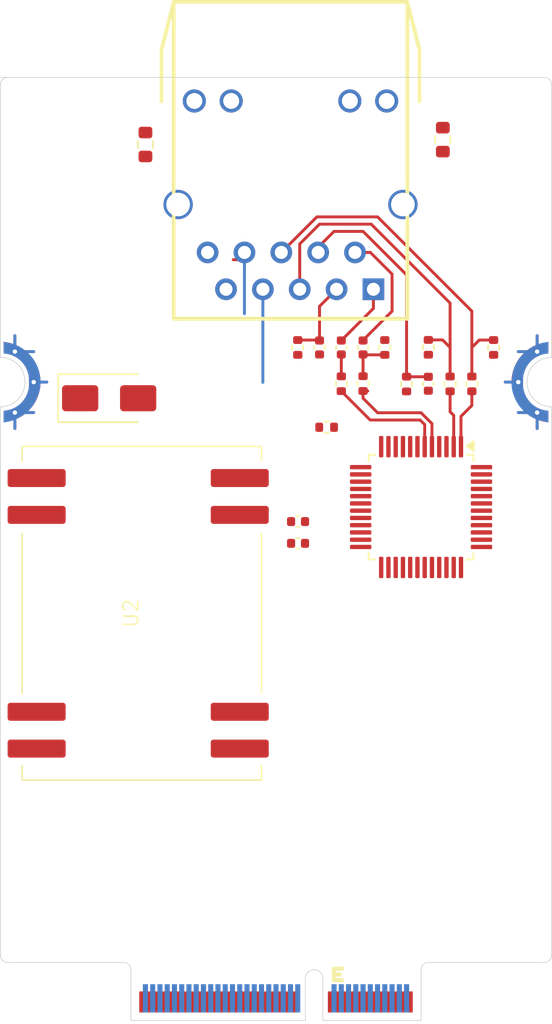
<source format=kicad_pcb>
(kicad_pcb (version 20241229) (generator "pcbnew") (generator_version "9.0")
  (layers (0 "F.Cu" signal) (2 "B.Cu" signal) (13 "F.Paste" user) (15 "B.Paste" user) (5 "F.SilkS" user "F.Silkscreen") (7 "B.SilkS" user "B.Silkscreen") (1 "F.Mask" user) (3 "B.Mask" user) (25 "Edge.Cuts" user))
  (net 0 "")
  (net 3 "/MOSI")
  (net 4 "Net-(U1-TOCAP)")
  (net 7 "GND")
  (net 8 "/SCLK")
  (net 9 "/TX_P")
  (net 11 "Net-(U1-EXRES1)")
  (net 13 "/RST")
  (net 14 "Net-(U1-AVDD-Pad11)")
  (net 17 "/INT")
  (net 18 "/X_O")
  (net 19 "Net-(U1-1V2O)")
  (net 22 "/CS")
  (net 23 "/ACTIVE_LED")
  (net 24 "/RX_P")
  (net 27 "/MISO")
  (net 30 "/X_I")
  (net 32 "/RX_N")
  (net 35 "/TX_N")
  (net 36 "/LINK_LED")
  (net 66 "/POE+")
  (net 67 "/POE-")
  (net 68 "/5V")
  (net 70 "Net-(U2-VCC-)")
  (net 71 "Net-(C5-Pad1)")
  (net 72 "Net-(C5-Pad2)")
  (net 73 "Net-(C6-Pad2)")
  (net 74 "Net-(C6-Pad1)")
  (net 75 "Net-(C7-Pad1)")
  (net 76 "Net-(C8-Pad1)")
  (net 77 "Net-(R6-Pad2)")
  (net 78 "Net-(R7-Pad2)")
  (net 79 "/3.3V")
  (net 80 "Net-(R11-Pad1)")
  (net 81 "Net-(R12-Pad2)")
  (footprint "Capacitor_SMD:C_0402_1005Metric" (layer "F.Cu") (at 105 55 90)
    (property "Reference" "C5" (hide yes))
    (property "Value" "6.8n" (hide yes))
    (fp_line (start -0.107836 -0.36) (end 0.107836 -0.36) (stroke (width 0.12)) (layer "F.SilkS"))
    (fp_line (start -0.107836 0.36) (end 0.107836 0.36) (stroke (width 0.12)) (layer "F.SilkS"))
    (pad "1" smd roundrect (at -0.48 0 90) (size 0.56 0.62) (layers "F.Cu" "F.Mask" "F.Paste") (net 71 "Net-(C5-Pad1)"))
    (pad "2" smd roundrect (at 0.48 0 90) (size 0.56 0.62) (layers "F.Cu" "F.Mask" "F.Paste") (net 72 "Net-(C5-Pad2)"))
  )
  (footprint "Capacitor_SMD:C_0402_1005Metric" (layer "F.Cu") (at 102 55 -90)
    (property "Reference" "C7" (hide yes))
    (property "Value" "10n" (hide yes))
    (fp_line (start -0.107836 0.36) (end 0.107836 0.36) (stroke (width 0.12)) (layer "F.SilkS"))
    (fp_line (start -0.107836 -0.36) (end 0.107836 -0.36) (stroke (width 0.12)) (layer "F.SilkS"))
    (pad "1" smd roundrect (at -0.48 0 270) (size 0.56 0.62) (layers "F.Cu" "F.Mask" "F.Paste") (net 75 "Net-(C7-Pad1)"))
    (pad "2" smd roundrect (at 0.48 0 270) (size 0.56 0.62) (layers "F.Cu" "F.Mask" "F.Paste") (net 7 "GND"))
  )
  (footprint "Resistor_SMD:R_0402_1005Metric" (layer "F.Cu") (at 114 55 -90)
    (property "Reference" "R8" (hide yes))
    (property "Value" "49.9" (hide yes))
    (fp_line (start -0.153641 0.38) (end 0.153641 0.38) (stroke (width 0.12)) (layer "F.SilkS"))
    (fp_line (start -0.153641 -0.38) (end 0.153641 -0.38) (stroke (width 0.12)) (layer "F.SilkS"))
    (pad "1" smd roundrect (at -0.51 0 270) (size 0.54 0.64) (layers "F.Cu" "F.Mask" "F.Paste") (net 77 "Net-(R6-Pad2)"))
    (pad "2" smd roundrect (at 0.51 0 270) (size 0.54 0.64) (layers "F.Cu" "F.Mask" "F.Paste") (net 79 "/3.3V"))
  )
  (footprint "Capacitor_SMD:C_0402_1005Metric" (layer "F.Cu") (at 103.5 55 90)
    (property "Reference" "C6" (hide yes))
    (property "Value" "6.8n" (hide yes))
    (fp_line (start -0.107836 -0.36) (end 0.107836 -0.36) (stroke (width 0.12)) (layer "F.SilkS"))
    (fp_line (start -0.107836 0.36) (end 0.107836 0.36) (stroke (width 0.12)) (layer "F.SilkS"))
    (pad "1" smd roundrect (at -0.48 0 90) (size 0.56 0.62) (layers "F.Cu" "F.Mask" "F.Paste") (net 74 "Net-(C6-Pad1)"))
    (pad "2" smd roundrect (at 0.48 0 90) (size 0.56 0.62) (layers "F.Cu" "F.Mask" "F.Paste") (net 73 "Net-(C6-Pad2)"))
  )
  (footprint "Resistor_SMD:R_0402_1005Metric" (layer "F.Cu") (at 108 57.52 -90)
    (property "Reference" "R10" (hide yes))
    (property "Value" "49.9" (hide yes))
    (fp_line (start -0.153641 0.38) (end 0.153641 0.38) (stroke (width 0.12)) (layer "F.SilkS"))
    (fp_line (start -0.153641 -0.38) (end 0.153641 -0.38) (stroke (width 0.12)) (layer "F.SilkS"))
    (pad "1" smd roundrect (at -0.51 0 270) (size 0.54 0.64) (layers "F.Cu" "F.Mask" "F.Paste") (net 76 "Net-(C8-Pad1)"))
    (pad "2" smd roundrect (at 0.51 0 270) (size 0.54 0.64) (layers "F.Cu" "F.Mask" "F.Paste") (net 79 "/3.3V"))
  )
  (footprint "Resistor_SMD:R_0402_1005Metric" (layer "F.Cu") (at 100.5 55 90)
    (property "Reference" "R4" (hide yes))
    (property "Value" "49.9" (hide yes))
    (fp_line (start -0.153641 -0.38) (end 0.153641 -0.38) (stroke (width 0.12)) (layer "F.SilkS"))
    (fp_line (start -0.153641 0.38) (end 0.153641 0.38) (stroke (width 0.12)) (layer "F.SilkS"))
    (pad "1" smd roundrect (at -0.51 0 90) (size 0.54 0.64) (layers "F.Cu" "F.Mask" "F.Paste") (net 74 "Net-(C6-Pad1)"))
    (pad "2" smd roundrect (at 0.51 0 90) (size 0.54 0.64) (layers "F.Cu" "F.Mask" "F.Paste") (net 75 "Net-(C7-Pad1)"))
  )
  (footprint "Diode_SMD:D_SMA" (layer "F.Cu") (at 87.5 58.5)
    (property "Reference" "D1" (hide yes))
    (property "Value" "SMAJ58A")
    (fp_line (start -3.51 -1.65) (end -3.51 1.65) (stroke (width 0.12)) (layer "F.SilkS"))
    (fp_line (start -3.51 -1.65) (end 2 -1.65) (stroke (width 0.12)) (layer "F.SilkS"))
    (fp_line (start -3.51 1.65) (end 2 1.65) (stroke (width 0.12)) (layer "F.SilkS"))
    (pad "1" smd roundrect (at -2 0) (size 2.5 1.8) (layers "F.Cu" "F.Mask" "F.Paste") (roundrect_rratio 0.1388888889) (net 66 "/POE+"))
    (pad "2" smd roundrect (at 2 0) (size 2.5 1.8) (layers "F.Cu" "F.Mask" "F.Paste") (roundrect_rratio 0.1388888889) (net 67 "/POE-"))
  )
  (footprint "Resistor_SMD:R_0402_1005Metric" (layer "F.Cu") (at 106.5 55 90)
    (property "Reference" "R5" (hide yes))
    (property "Value" "49.9" (hide yes))
    (fp_line (start -0.153641 -0.38) (end 0.153641 -0.38) (stroke (width 0.12)) (layer "F.SilkS"))
    (fp_line (start -0.153641 0.38) (end 0.153641 0.38) (stroke (width 0.12)) (layer "F.SilkS"))
    (pad "1" smd roundrect (at -0.51 0 90) (size 0.54 0.64) (layers "F.Cu" "F.Mask" "F.Paste") (net 71 "Net-(C5-Pad1)"))
    (pad "2" smd roundrect (at 0.51 0 90) (size 0.54 0.64) (layers "F.Cu" "F.Mask" "F.Paste") (net 75 "Net-(C7-Pad1)"))
  )
  (footprint "MicroMod:M.2-CARD-E-22_FUNCTION_STANDARD" (layer "F.Cu") (at 99 101.3875)
    (property "Reference" "J1" (hide yes))
    (property "Value" "~" (hide yes))
    (fp_line (start -18 -46.1) (end -18 -47.2) (stroke (width 0.2032)) (layer "F.Cu"))
    (fp_line (start -18 -46.1) (end -16.7 -46.1) (stroke (width 0.2032)) (layer "F.Cu"))
    (fp_line (start -18 -41.9) (end -18 -40.8) (stroke (width 0.2032)) (layer "F.Cu"))
    (fp_line (start -18 -41.9) (end -16.7 -41.9) (stroke (width 0.2032)) (layer "F.Cu"))
    (fp_line (start -16.7 -44) (end -15.8 -44) (stroke (width 0.2032)) (layer "F.Cu"))
    (fp_line (start 16.7 -44) (end 15.8 -44) (stroke (width 0.2032)) (layer "F.Cu"))
    (fp_line (start 18 -46.1) (end 16.7 -46.1) (stroke (width 0.2032)) (layer "F.Cu"))
    (fp_line (start 18 -46.1) (end 18 -47.2) (stroke (width 0.2032)) (layer "F.Cu"))
    (fp_line (start 18 -41.9) (end 16.7 -41.9) (stroke (width 0.2032)) (layer "F.Cu"))
    (fp_line (start 18 -41.9) (end 18 -40.8) (stroke (width 0.2032)) (layer "F.Cu"))
    (fp_poly (pts (xy -18.410412 -46.718444) (xy -18.082764 -46.621636) (xy -17.769232 -46.485904) (xy -17.474422 -46.313241) (xy -17.202664 -46.106185) (xy -16.957948 -45.867774) (xy -16.74387 -45.601511) (xy -16.563573 -45.311308) (xy -16.419705 -45.001425) (xy -16.314379 -44.676414) (xy -16.249143 -44.34105) (xy -16.224943 -44.000089) (xy -16.246756 -43.658288) (xy -16.310165 -43.321866) (xy -16.414226 -42.995719) (xy -16.55738 -42.684741) (xy -16.737478 -42.393597) (xy -16.951819 -42.126654) (xy -17.197187 -41.887917) (xy -17.4699 -41.680969) (xy -17.765869 -41.508913) (xy -18.08136 -41.374028) (xy -18.775 -41.218786) (xy -18.775 -42.021769) (xy -18.489643 -42.061389) (xy -18.235462 -42.134691) (xy -17.994294 -42.243424) (xy -17.771069 -42.385363) (xy -17.570302 -42.557636) (xy -17.396103 -42.756722) (xy -17.252008 -42.978574) (xy -17.140954 -43.218671) (xy -17.065198 -43.472134) (xy -17.026286 -43.733792) (xy -17.025 -44) (xy -17.026286 -44.266207) (xy -17.065198 -44.527865) (xy -17.140954 -44.781328) (xy -17.252008 -45.021425) (xy -17.396103 -45.243277) (xy -17.570302 -45.442363) (xy -17.771069 -45.614636) (xy -17.994294 -45.756575) (xy -18.235462 -45.865308) (xy -18.489643 -45.93861) (xy -18.775 -45.978231) (xy -18.775 -46.779538)) (fill yes) (layer "F.Cu"))
    (fp_poly (pts (xy 18.775 -45.978231) (xy 18.489643 -45.93861) (xy 18.235462 -45.865308) (xy 17.994294 -45.756575) (xy 17.771069 -45.614636) (xy 17.570302 -45.442363) (xy 17.396103 -45.243277) (xy 17.252008 -45.021425) (xy 17.140954 -44.781328) (xy 17.065198 -44.527865) (xy 17.026286 -44.266207) (xy 17.025 -44) (xy 17.026286 -43.733792) (xy 17.065198 -43.472134) (xy 17.140954 -43.218671) (xy 17.252008 -42.978574) (xy 17.396103 -42.756722) (xy 17.570302 -42.557636) (xy 17.771069 -42.385363) (xy 17.994294 -42.243424) (xy 18.235462 -42.134691) (xy 18.489643 -42.061389) (xy 18.775 -42.021769) (xy 18.775 -41.225) (xy 18.747919 -41.225) (xy 18.410412 -41.281556) (xy 18.082763 -41.378364) (xy 17.769231 -41.514097) (xy 17.474422 -41.686759) (xy 17.202664 -41.893816) (xy 16.957948 -42.132226) (xy 16.743871 -42.398489) (xy 16.563573 -42.688693) (xy 16.419706 -42.998575) (xy 16.314145 -43.324311) (xy 16.227997 -43.975687) (xy 16.223407 -43.975834) (xy 16.224894 -43.999148) (xy 16.221715 -44.023192) (xy 16.226449 -44.023503) (xy 16.246756 -44.341711) (xy 16.310165 -44.678134) (xy 16.414226 -45.004281) (xy 16.55738 -45.315258) (xy 16.737478 -45.606403) (xy 16.951819 -45.873345) (xy 17.197187 -46.112082) (xy 17.4699 -46.31903) (xy 17.765869 -46.491086) (xy 18.08136 -46.625971) (xy 18.775 -46.781214)) (fill yes) (layer "F.Cu"))
    (fp_line (start -18 -46.1) (end -18 -47.2) (stroke (width 0.2032)) (layer "B.Cu"))
    (fp_line (start -18 -46.1) (end -16.7 -46.1) (stroke (width 0.2032)) (layer "B.Cu"))
    (fp_line (start -18 -41.9) (end -18 -40.8) (stroke (width 0.2032)) (layer "B.Cu"))
    (fp_line (start -18 -41.9) (end -16.7 -41.9) (stroke (width 0.2032)) (layer "B.Cu"))
    (fp_line (start -16.7 -44) (end -15.8 -44) (stroke (width 0.2032)) (layer "B.Cu"))
    (fp_line (start 16.7 -44) (end 15.8 -44) (stroke (width 0.2032)) (layer "B.Cu"))
    (fp_line (start 18 -46.1) (end 16.7 -46.1) (stroke (width 0.2032)) (layer "B.Cu"))
    (fp_line (start 18 -46.1) (end 18 -47.2) (stroke (width 0.2032)) (layer "B.Cu"))
    (fp_line (start 18 -41.9) (end 16.7 -41.9) (stroke (width 0.2032)) (layer "B.Cu"))
    (fp_line (start 18 -41.9) (end 18 -40.8) (stroke (width 0.2032)) (layer "B.Cu"))
    (fp_poly (pts (xy 18.775 -45.978231) (xy 18.489643 -45.93861) (xy 18.235462 -45.865308) (xy 17.994294 -45.756575) (xy 17.771069 -45.614636) (xy 17.570302 -45.442363) (xy 17.396103 -45.243277) (xy 17.252008 -45.021425) (xy 17.140954 -44.781328) (xy 17.065198 -44.527865) (xy 17.026286 -44.266207) (xy 17.025 -44) (xy 17.026286 -43.733792) (xy 17.065198 -43.472134) (xy 17.140954 -43.218671) (xy 17.252008 -42.978574) (xy 17.396103 -42.756722) (xy 17.570302 -42.557636) (xy 17.771069 -42.385363) (xy 17.994294 -42.243424) (xy 18.235462 -42.134691) (xy 18.489643 -42.061389) (xy 18.775 -42.021769) (xy 18.775 -41.218786) (xy 18.08136 -41.374028) (xy 17.765869 -41.508913) (xy 17.4699 -41.680969) (xy 17.197187 -41.887917) (xy 16.951819 -42.126654) (xy 16.737478 -42.393597) (xy 16.55738 -42.684741) (xy 16.414226 -42.995719) (xy 16.310165 -43.321866) (xy 16.246756 -43.658288) (xy 16.224895 -44.000851) (xy 16.314144 -44.675689) (xy 16.419705 -45.001425) (xy 16.563573 -45.311308) (xy 16.74387 -45.601511) (xy 16.957948 -45.867774) (xy 17.202664 -46.106185) (xy 17.474422 -46.313241) (xy 17.769232 -46.485904) (xy 18.082764 -46.621636) (xy 18.410412 -46.718444) (xy 18.775 -46.779538)) (fill yes) (layer "B.Cu"))
    (fp_poly (pts (xy -18.08136 -46.625971) (xy -17.765869 -46.491086) (xy -17.4699 -46.31903) (xy -17.197187 -46.112082) (xy -16.951819 -45.873345) (xy -16.737478 -45.606403) (xy -16.55738 -45.315258) (xy -16.414226 -45.004281) (xy -16.310165 -44.678134) (xy -16.246756 -44.341711) (xy -16.226492 -44.024182) (xy -16.223229 -44.024067) (xy -16.224943 -43.999911) (xy -16.223407 -43.975834) (xy -16.226659 -43.97573) (xy -16.249144 -43.65895) (xy -16.31438 -43.323586) (xy -16.419706 -42.998575) (xy -16.563573 -42.688693) (xy -16.743871 -42.398489) (xy -16.957948 -42.132226) (xy -17.202664 -41.893816) (xy -17.474422 -41.686759) (xy -17.769231 -41.514097) (xy -18.082763 -41.378364) (xy -18.410412 -41.281556) (xy -18.747919 -41.225) (xy -18.775 -41.225) (xy -18.775 -42.021769) (xy -18.489643 -42.061389) (xy -18.235462 -42.134691) (xy -17.994294 -42.243424) (xy -17.771069 -42.385363) (xy -17.570302 -42.557636) (xy -17.396103 -42.756722) (xy -17.252008 -42.978574) (xy -17.140954 -43.218671) (xy -17.065198 -43.472134) (xy -17.026286 -43.733792) (xy -17.025 -44) (xy -17.026286 -44.266207) (xy -17.065198 -44.527865) (xy -17.140954 -44.781328) (xy -17.252008 -45.021425) (xy -17.396103 -45.243277) (xy -17.570302 -45.442363) (xy -17.771069 -45.614636) (xy -17.994294 -45.756575) (xy -18.235462 -45.865308) (xy -18.489643 -45.93861) (xy -18.775 -45.978231) (xy -18.775 -46.781214)) (fill yes) (layer "B.Cu"))
    (fp_poly (pts (xy 3.841 -3.595) (xy 4.681 -3.595) (xy 4.681 -3.635) (xy 3.841 -3.635)) (fill yes) (layer "F.SilkS"))
    (fp_poly (pts (xy 3.841 -3.555) (xy 4.681 -3.555) (xy 4.681 -3.595) (xy 3.841 -3.595)) (fill yes) (layer "F.SilkS"))
    (fp_poly (pts (xy 3.841 -3.515) (xy 4.681 -3.515) (xy 4.681 -3.555) (xy 3.841 -3.555)) (fill yes) (layer "F.SilkS"))
    (fp_poly (pts (xy 3.841 -3.475) (xy 4.681 -3.475) (xy 4.681 -3.515) (xy 3.841 -3.515)) (fill yes) (layer "F.SilkS"))
    (fp_poly (pts (xy 3.841 -3.435) (xy 4.641 -3.435) (xy 4.641 -3.475) (xy 3.841 -3.475)) (fill yes) (layer "F.SilkS"))
    (fp_poly (pts (xy 3.841 -3.395) (xy 4.121 -3.395) (xy 4.121 -3.435) (xy 3.841 -3.435)) (fill yes) (layer "F.SilkS"))
    (fp_poly (pts (xy 3.841 -3.355) (xy 4.121 -3.355) (xy 4.121 -3.395) (xy 3.841 -3.395)) (fill yes) (layer "F.SilkS"))
    (fp_poly (pts (xy 3.841 -3.315) (xy 4.121 -3.315) (xy 4.121 -3.355) (xy 3.841 -3.355)) (fill yes) (layer "F.SilkS"))
    (fp_poly (pts (xy 3.841 -3.275) (xy 4.441 -3.275) (xy 4.441 -3.315) (xy 3.841 -3.315)) (fill yes) (layer "F.SilkS"))
    (fp_poly (pts (xy 3.841 -3.235) (xy 4.521 -3.235) (xy 4.521 -3.275) (xy 3.841 -3.275)) (fill yes) (layer "F.SilkS"))
    (fp_poly (pts (xy 3.841 -3.195) (xy 4.521 -3.195) (xy 4.521 -3.235) (xy 3.841 -3.235)) (fill yes) (layer "F.SilkS"))
    (fp_poly (pts (xy 3.841 -3.155) (xy 4.521 -3.155) (xy 4.521 -3.195) (xy 3.841 -3.195)) (fill yes) (layer "F.SilkS"))
    (fp_poly (pts (xy 3.841 -3.115) (xy 4.521 -3.115) (xy 4.521 -3.155) (xy 3.841 -3.155)) (fill yes) (layer "F.SilkS"))
    (fp_poly (pts (xy 3.841 -3.075) (xy 4.521 -3.075) (xy 4.521 -3.115) (xy 3.841 -3.115)) (fill yes) (layer "F.SilkS"))
    (fp_poly (pts (xy 3.841 -3.035) (xy 4.481 -3.035) (xy 4.481 -3.075) (xy 3.841 -3.075)) (fill yes) (layer "F.SilkS"))
    (fp_poly (pts (xy 3.841 -2.995) (xy 4.121 -2.995) (xy 4.121 -3.035) (xy 3.841 -3.035)) (fill yes) (layer "F.SilkS"))
    (fp_poly (pts (xy 3.841 -2.955) (xy 4.121 -2.955) (xy 4.121 -2.995) (xy 3.841 -2.995)) (fill yes) (layer "F.SilkS"))
    (fp_poly (pts (xy 3.841 -2.915) (xy 4.121 -2.915) (xy 4.121 -2.955) (xy 3.841 -2.955)) (fill yes) (layer "F.SilkS"))
    (fp_poly (pts (xy 3.841 -2.875) (xy 4.601 -2.875) (xy 4.601 -2.915) (xy 3.841 -2.915)) (fill yes) (layer "F.SilkS"))
    (fp_poly (pts (xy 3.841 -2.835) (xy 4.681 -2.835) (xy 4.681 -2.875) (xy 3.841 -2.875)) (fill yes) (layer "F.SilkS"))
    (fp_poly (pts (xy 3.841 -2.795) (xy 4.681 -2.795) (xy 4.681 -2.835) (xy 3.841 -2.835)) (fill yes) (layer "F.SilkS"))
    (fp_poly (pts (xy 3.841 -2.755) (xy 4.681 -2.755) (xy 4.681 -2.795) (xy 3.841 -2.795)) (fill yes) (layer "F.SilkS"))
    (fp_poly (pts (xy 3.841 -2.715) (xy 4.681 -2.715) (xy 4.681 -2.755) (xy 3.841 -2.755)) (fill yes) (layer "F.SilkS"))
    (fp_poly (pts (xy 3.841 -2.675) (xy 4.681 -2.675) (xy 4.681 -2.715) (xy 3.841 -2.715)) (fill yes) (layer "F.SilkS"))
    (fp_poly (pts (xy 3.881 -3.635) (xy 4.681 -3.635) (xy 4.681 -3.675) (xy 3.881 -3.675)) (fill yes) (layer "F.SilkS"))
    (fp_poly (pts (xy 3.881 -2.635) (xy 4.641 -2.635) (xy 4.641 -2.675) (xy 3.881 -2.675)) (fill yes) (layer "F.SilkS"))
    (fp_poly (pts (xy 3.961 -3.675) (xy 4.601 -3.675) (xy 4.601 -3.715) (xy 3.961 -3.715)) (fill yes) (layer "F.SilkS"))
    (fp_line (start -19 -45.7) (end -18.999999 -64.5) (stroke (width 0.05)) (layer "Edge.Cuts"))
    (fp_line (start -19 -4.5) (end -19 -42.3) (stroke (width 0.05)) (layer "Edge.Cuts"))
    (fp_line (start -10.5 -3.999999) (end -18.5 -4.000001) (stroke (width 0.05)) (layer "Edge.Cuts"))
    (fp_line (start -10 -0.4) (end -10 0) (stroke (width 0.05)) (layer "Edge.Cuts"))
    (fp_line (start -10 0) (end -10 -3.5) (stroke (width 0.05)) (layer "Edge.Cuts"))
    (fp_line (start -10 0) (end 2.025 0) (stroke (width 0.05)) (layer "Edge.Cuts"))
    (fp_line (start 2.025 0) (end 2.025 -2.9) (stroke (width 0.05)) (layer "Edge.Cuts"))
    (fp_line (start 3.225 0) (end 3.225 -2.9) (stroke (width 0.05)) (layer "Edge.Cuts"))
    (fp_line (start 3.225 0) (end 10 0) (stroke (width 0.05)) (layer "Edge.Cuts"))
    (fp_line (start 10 0) (end 10 -3.5) (stroke (width 0.05)) (layer "Edge.Cuts"))
    (fp_line (start 10.5 -4) (end 18.5 -4) (stroke (width 0.05)) (layer "Edge.Cuts"))
    (fp_line (start 18.5 -65) (end -19 -65) (stroke (width 0.05)) (layer "Edge.Cuts"))
    (fp_line (start 19 -45.7) (end 19 -64.5) (stroke (width 0.05)) (layer "Edge.Cuts"))
    (fp_line (start 19 -4.5) (end 19 -42.3) (stroke (width 0.05)) (layer "Edge.Cuts"))
    (fp_arc (start -19 -64.5) (mid -18.853553 -64.853553) (end -18.5 -65) (stroke (width 0.05)) (layer "Edge.Cuts"))
    (fp_arc (start -19 -45.7) (mid -17.3 -44) (end -19 -42.3) (stroke (width 0.05)) (layer "Edge.Cuts"))
    (fp_arc (start -18.5 -4) (mid -18.853553 -4.146447) (end -19 -4.5) (stroke (width 0.05)) (layer "Edge.Cuts"))
    (fp_arc (start -10.5 -4) (mid -10.146447 -3.853553) (end -10 -3.5) (stroke (width 0.05)) (layer "Edge.Cuts"))
    (fp_arc (start 2.025 -2.9) (mid 2.625 -3.5) (end 3.225 -2.9) (stroke (width 0.05)) (layer "Edge.Cuts"))
    (fp_arc (start 10 -3.5) (mid 10.146447 -3.853553) (end 10.5 -4) (stroke (width 0.05)) (layer "Edge.Cuts"))
    (fp_arc (start 18.5 -65) (mid 18.853553 -64.853553) (end 19 -64.5) (stroke (width 0.05)) (layer "Edge.Cuts"))
    (fp_arc (start 19 -42.3) (mid 17.3 -44) (end 19 -45.7) (stroke (width 0.05)) (layer "Edge.Cuts"))
    (fp_arc (start 19 -4.5) (mid 18.853553 -4.146447) (end 18.5 -4) (stroke (width 0.05)) (layer "Edge.Cuts"))
    (pad "1" smd rect (at 9.25 -1.275 180) (size 0.35 1.45) (layers "F.Cu" "F.Mask") (net 7 "GND"))
    (pad "2" smd rect (at 9 -1.525) (size 0.35 1.95) (layers "B.Cu" "B.Mask") (net 7 "GND"))
    (pad "3" smd rect (at 8.75 -1.275 180) (size 0.35 1.45) (layers "F.Cu" "F.Mask") (net 8 "/SCLK"))
    (pad "4" smd rect (at 8.5 -1.525) (size 0.35 1.95) (layers "B.Cu" "B.Mask"))
    (pad "5" smd rect (at 8.25 -1.275 180) (size 0.35 1.45) (layers "F.Cu" "F.Mask") (net 3 "/MOSI"))
    (pad "6" smd rect (at 8 -1.525) (size 0.35 1.95) (layers "B.Cu" "B.Mask"))
    (pad "7" smd rect (at 7.75 -1.275 180) (size 0.35 1.45) (layers "F.Cu" "F.Mask") (net 27 "/MISO"))
    (pad "8" smd rect (at 7.5 -1.525) (size 0.35 1.95) (layers "B.Cu" "B.Mask") (net 7 "GND"))
    (pad "9" smd rect (at 7.25 -1.275 180) (size 0.35 1.45) (layers "F.Cu" "F.Mask"))
    (pad "10" smd rect (at 7 -1.525) (size 0.35 1.95) (layers "B.Cu" "B.Mask"))
    (pad "11" smd rect (at 6.75 -1.275 180) (size 0.35 1.45) (layers "F.Cu" "F.Mask"))
    (pad "12" smd rect (at 6.5 -1.525) (size 0.35 1.95) (layers "B.Cu" "B.Mask"))
    (pad "13" smd rect (at 6.25 -1.275 180) (size 0.35 1.45) (layers "F.Cu" "F.Mask"))
    (pad "14" smd rect (at 6 -1.525) (size 0.35 1.95) (layers "B.Cu" "B.Mask"))
    (pad "15" smd rect (at 5.75 -1.275 180) (size 0.35 1.45) (layers "F.Cu" "F.Mask"))
    (pad "16" smd rect (at 5.5 -1.525) (size 0.35 1.95) (layers "B.Cu" "B.Mask"))
    (pad "17" smd rect (at 5.25 -1.275 180) (size 0.35 1.45) (layers "F.Cu" "F.Mask"))
    (pad "18" smd rect (at 5 -1.525) (size 0.35 1.95) (layers "B.Cu" "B.Mask"))
    (pad "19" smd rect (at 4.75 -1.275 180) (size 0.35 1.45) (layers "F.Cu" "F.Mask"))
    (pad "20" smd rect (at 4.5 -1.525) (size 0.35 1.95) (layers "B.Cu" "B.Mask"))
    (pad "21" smd rect (at 4.25 -1.275 180) (size 0.35 1.45) (layers "F.Cu" "F.Mask"))
    (pad "22" smd rect (at 4 -1.525) (size 0.35 1.95) (layers "B.Cu" "B.Mask"))
    (pad "23" smd rect (at 3.75 -1.275 180) (size 0.35 1.45) (layers "F.Cu" "F.Mask"))
    (pad "32" smd rect (at 1.5 -1.525) (size 0.35 1.95) (layers "B.Cu" "B.Mask"))
    (pad "33" smd rect (at 1.25 -1.275 180) (size 0.35 1.45) (layers "F.Cu" "F.Mask") (net 7 "GND"))
    (pad "34" smd rect (at 1 -1.525) (size 0.35 1.95) (layers "B.Cu" "B.Mask"))
    (pad "35" smd rect (at 0.75 -1.275 180) (size 0.35 1.45) (layers "F.Cu" "F.Mask"))
    (pad "36" smd rect (at 0.5 -1.525) (size 0.35 1.95) (layers "B.Cu" "B.Mask"))
    (pad "37" smd rect (at 0.25 -1.275 180) (size 0.35 1.45) (layers "F.Cu" "F.Mask"))
    (pad "38" smd rect (at 0 -1.525) (size 0.35 1.95) (layers "B.Cu" "B.Mask"))
    (pad "39" smd rect (at -0.25 -1.275 180) (size 0.35 1.45) (layers "F.Cu" "F.Mask") (net 7 "GND"))
    (pad "40" smd rect (at -0.5 -1.525) (size 0.35 1.95) (layers "B.Cu" "B.Mask"))
    (pad "41" smd rect (at -0.75 -1.275 180) (size 0.35 1.45) (layers "F.Cu" "F.Mask"))
    (pad "42" smd rect (at -1 -1.525) (size 0.35 1.95) (layers "B.Cu" "B.Mask"))
    (pad "43" smd rect (at -1.25 -1.275 180) (size 0.35 1.45) (layers "F.Cu" "F.Mask"))
    (pad "44" smd rect (at -1.5 -1.525) (size 0.35 1.95) (layers "B.Cu" "B.Mask"))
    (pad "45" smd rect (at -1.75 -1.275 180) (size 0.35 1.45) (layers "F.Cu" "F.Mask") (net 7 "GND"))
    (pad "46" smd rect (at -2 -1.525) (size 0.35 1.95) (layers "B.Cu" "B.Mask"))
    (pad "47" smd rect (at -2.25 -1.275 180) (size 0.35 1.45) (layers "F.Cu" "F.Mask") (net 17 "/INT"))
    (pad "48" smd rect (at -2.5 -1.525) (size 0.35 1.95) (layers "B.Cu" "B.Mask"))
    (pad "49" smd rect (at -2.75 -1.275 180) (size 0.35 1.45) (layers "F.Cu" "F.Mask") (net 22 "/CS"))
    (pad "50" smd rect (at -3 -1.525) (size 0.35 1.95) (layers "B.Cu" "B.Mask"))
    (pad "51" smd rect (at -3.25 -1.275 180) (size 0.35 1.45) (layers "F.Cu" "F.Mask") (net 13 "/RST"))
    (pad "52" smd rect (at -3.5 -1.525) (size 0.35 1.95) (layers "B.Cu" "B.Mask"))
    (pad "53" smd rect (at -3.75 -1.275 180) (size 0.35 1.45) (layers "F.Cu" "F.Mask"))
    (pad "54" smd rect (at -4 -1.525) (size 0.35 1.95) (layers "B.Cu" "B.Mask"))
    (pad "55" smd rect (at -4.25 -1.275 180) (size 0.35 1.45) (layers "F.Cu" "F.Mask"))
    (pad "56" smd rect (at -4.5 -1.525) (size 0.35 1.95) (layers "B.Cu" "B.Mask"))
    (pad "57" smd rect (at -4.75 -1.275 180) (size 0.35 1.45) (layers "F.Cu" "F.Mask"))
    (pad "58" smd rect (at -5 -1.525) (size 0.35 1.95) (layers "B.Cu" "B.Mask"))
    (pad "59" smd rect (at -5.25 -1.275 180) (size 0.35 1.45) (layers "F.Cu" "F.Mask"))
    (pad "60" smd rect (at -5.5 -1.525) (size 0.35 1.95) (layers "B.Cu" "B.Mask"))
    (pad "61" smd rect (at -5.75 -1.275 180) (size 0.35 1.45) (layers "F.Cu" "F.Mask"))
    (pad "62" smd rect (at -6 -1.525) (size 0.35 1.95) (layers "B.Cu" "B.Mask"))
    (pad "63" smd rect (at -6.25 -1.275 180) (size 0.35 1.45) (layers "F.Cu" "F.Mask"))
    (pad "64" smd rect (at -6.5 -1.525) (size 0.35 1.95) (layers "B.Cu" "B.Mask"))
    (pad "65" smd rect (at -6.75 -1.275 180) (size 0.35 1.45) (layers "F.Cu" "F.Mask"))
    (pad "66" smd rect (at -7 -1.525) (size 0.35 1.95) (layers "B.Cu" "B.Mask"))
    (pad "67" smd rect (at -7.25 -1.275 180) (size 0.35 1.45) (layers "F.Cu" "F.Mask"))
    (pad "68" smd rect (at -7.5 -1.525) (size 0.35 1.95) (layers "B.Cu" "B.Mask"))
    (pad "69" smd rect (at -7.75 -1.275 180) (size 0.35 1.45) (layers "F.Cu" "F.Mask"))
    (pad "70" smd rect (at -8 -1.525) (size 0.35 1.95) (layers "B.Cu" "B.Mask"))
    (pad "71" smd rect (at -8.25 -1.275 180) (size 0.35 1.45) (layers "F.Cu" "F.Mask"))
    (pad "72" smd rect (at -8.5 -1.525) (size 0.35 1.95) (layers "B.Cu" "B.Mask"))
    (pad "73" smd rect (at -8.75 -1.275 180) (size 0.35 1.45) (layers "F.Cu" "F.Mask") (net 79 "/3.3V"))
    (pad "74" smd rect (at -9 -1.525) (size 0.35 1.95) (layers "B.Cu" "B.Mask"))
    (pad "75" smd rect (at -9.25 -1.275 180) (size 0.35 1.45) (layers "F.Cu" "F.Mask") (net 7 "GND"))
    (pad "GND" thru_hole circle (at 18 -46.1 270) (size 0.6096 0.6096) (drill 0.3048) (layers "*.Cu" "*.Mask"))
    (pad "GND1" thru_hole circle (at -18 -41.9 90) (size 0.6096 0.6096) (drill 0.3048) (layers "*.Cu" "*.Mask"))
    (pad "GND2" thru_hole circle (at -16.7 -44 90) (size 0.6096 0.6096) (drill 0.3048) (layers "*.Cu" "*.Mask"))
    (pad "GND3" thru_hole circle (at -18 -46.1 90) (size 0.6096 0.6096) (drill 0.3048) (layers "*.Cu" "*.Mask"))
    (pad "GND4" thru_hole circle (at 18 -41.9 270) (size 0.6096 0.6096) (drill 0.3048) (layers "*.Cu" "*.Mask"))
    (pad "GND5" thru_hole circle (at 16.7 -44 270) (size 0.6096 0.6096) (drill 0.3048) (layers "*.Cu" "*.Mask"))
  )
  (footprint "Resistor_SMD:R_0402_1005Metric" (layer "F.Cu") (at 105 57.49 90)
    (property "Reference" "R2" (hide yes))
    (property "Value" "33" (hide yes))
    (fp_line (start -0.153641 -0.38) (end 0.153641 -0.38) (stroke (width 0.12)) (layer "F.SilkS"))
    (fp_line (start -0.153641 0.38) (end 0.153641 0.38) (stroke (width 0.12)) (layer "F.SilkS"))
    (pad "1" smd roundrect (at -0.51 0 90) (size 0.54 0.64) (layers "F.Cu" "F.Mask" "F.Paste") (net 32 "/RX_N"))
    (pad "2" smd roundrect (at 0.51 0 90) (size 0.54 0.64) (layers "F.Cu" "F.Mask" "F.Paste") (net 71 "Net-(C5-Pad1)"))
  )
  (footprint "Package_QFP:LQFP-48_7x7mm_P0.5mm" (layer "F.Cu") (at 109 66 -90)
    (property "Reference" "U1" (hide yes))
    (property "Value" "W5500")
    (fp_line (start -3.61 3.61) (end -3.61 3.16) (stroke (width 0.12)) (layer "F.SilkS"))
    (fp_line (start -3.16 3.61) (end -3.61 3.61) (stroke (width 0.12)) (layer "F.SilkS"))
    (fp_line (start 3.16 3.61) (end 3.61 3.61) (stroke (width 0.12)) (layer "F.SilkS"))
    (fp_line (start 3.61 3.61) (end 3.61 3.16) (stroke (width 0.12)) (layer "F.SilkS"))
    (fp_line (start -3.61 -3.61) (end -3.61 -3.16) (stroke (width 0.12)) (layer "F.SilkS"))
    (fp_line (start -3.16 -3.61) (end -3.61 -3.61) (stroke (width 0.12)) (layer "F.SilkS"))
    (fp_line (start 3.16 -3.61) (end 3.61 -3.61) (stroke (width 0.12)) (layer "F.SilkS"))
    (fp_line (start 3.61 -3.61) (end 3.61 -3.16) (stroke (width 0.12)) (layer "F.SilkS"))
    (fp_poly (pts (xy -4.2 -3.16) (xy -4.54 -3.63) (xy -3.86 -3.63)) (stroke (width 0.12)) (fill yes) (layer "F.SilkS"))
    (pad "1" smd roundrect (at -4.1625 -2.75 270) (size 1.475 0.3) (layers "F.Cu" "F.Mask" "F.Paste") (net 35 "/TX_N"))
    (pad "2" smd roundrect (at -4.1625 -2.25 270) (size 1.475 0.3) (layers "F.Cu" "F.Mask" "F.Paste") (net 9 "/TX_P"))
    (pad "3" smd roundrect (at -4.1625 -1.75 270) (size 1.475 0.3) (layers "F.Cu" "F.Mask" "F.Paste") (net 7 "GND"))
    (pad "4" smd roundrect (at -4.1625 -1.25 270) (size 1.475 0.3) (layers "F.Cu" "F.Mask" "F.Paste") (net 14 "Net-(U1-AVDD-Pad11)"))
    (pad "5" smd roundrect (at -4.1625 -0.75 270) (size 1.475 0.3) (layers "F.Cu" "F.Mask" "F.Paste") (net 32 "/RX_N"))
    (pad "6" smd roundrect (at -4.1625 -0.25 270) (size 1.475 0.3) (layers "F.Cu" "F.Mask" "F.Paste") (net 24 "/RX_P"))
    (pad "7" smd roundrect (at -4.1625 0.25 270) (size 1.475 0.3) (layers "F.Cu" "F.Mask" "F.Paste"))
    (pad "8" smd roundrect (at -4.1625 0.75 270) (size 1.475 0.3) (layers "F.Cu" "F.Mask" "F.Paste") (net 14 "Net-(U1-AVDD-Pad11)"))
    (pad "9" smd roundrect (at -4.1625 1.25 270) (size 1.475 0.3) (layers "F.Cu" "F.Mask" "F.Paste") (net 7 "GND"))
    (pad "10" smd roundrect (at -4.1625 1.75 270) (size 1.475 0.3) (layers "F.Cu" "F.Mask" "F.Paste") (net 11 "Net-(U1-EXRES1)"))
    (pad "11" smd roundrect (at -4.1625 2.25 270) (size 1.475 0.3) (layers "F.Cu" "F.Mask" "F.Paste") (net 14 "Net-(U1-AVDD-Pad11)"))
    (pad "12" smd roundrect (at -4.1625 2.75 270) (size 1.475 0.3) (layers "F.Cu" "F.Mask" "F.Paste"))
    (pad "13" smd roundrect (at -2.75 4.1625 270) (size 0.3 1.475) (layers "F.Cu" "F.Mask" "F.Paste"))
    (pad "14" smd roundrect (at -2.25 4.1625 270) (size 0.3 1.475) (layers "F.Cu" "F.Mask" "F.Paste") (net 7 "GND"))
    (pad "15" smd roundrect (at -1.75 4.1625 270) (size 0.3 1.475) (layers "F.Cu" "F.Mask" "F.Paste") (net 14 "Net-(U1-AVDD-Pad11)"))
    (pad "16" smd roundrect (at -1.25 4.1625 270) (size 0.3 1.475) (layers "F.Cu" "F.Mask" "F.Paste") (net 7 "GND"))
    (pad "17" smd roundrect (at -0.75 4.1625 270) (size 0.3 1.475) (layers "F.Cu" "F.Mask" "F.Paste") (net 14 "Net-(U1-AVDD-Pad11)"))
    (pad "18" smd roundrect (at -0.25 4.1625 270) (size 0.3 1.475) (layers "F.Cu" "F.Mask" "F.Paste"))
    (pad "19" smd roundrect (at 0.25 4.1625 270) (size 0.3 1.475) (layers "F.Cu" "F.Mask" "F.Paste") (net 7 "GND"))
    (pad "20" smd roundrect (at 0.75 4.1625 270) (size 0.3 1.475) (layers "F.Cu" "F.Mask" "F.Paste") (net 4 "Net-(U1-TOCAP)"))
    (pad "21" smd roundrect (at 1.25 4.1625 270) (size 0.3 1.475) (layers "F.Cu" "F.Mask" "F.Paste") (net 14 "Net-(U1-AVDD-Pad11)"))
    (pad "22" smd roundrect (at 1.75 4.1625 270) (size 0.3 1.475) (layers "F.Cu" "F.Mask" "F.Paste") (net 19 "Net-(U1-1V2O)"))
    (pad "23" smd roundrect (at 2.25 4.1625 270) (size 0.3 1.475) (layers "F.Cu" "F.Mask" "F.Paste"))
    (pad "24" smd roundrect (at 2.75 4.1625 270) (size 0.3 1.475) (layers "F.Cu" "F.Mask" "F.Paste"))
    (pad "25" smd roundrect (at 4.1625 2.75 270) (size 1.475 0.3) (layers "F.Cu" "F.Mask" "F.Paste") (net 36 "/LINK_LED"))
    (pad "26" smd roundrect (at 4.1625 2.25 270) (size 1.475 0.3) (layers "F.Cu" "F.Mask" "F.Paste"))
    (pad "27" smd roundrect (at 4.1625 1.75 270) (size 1.475 0.3) (layers "F.Cu" "F.Mask" "F.Paste") (net 23 "/ACTIVE_LED"))
    (pad "28" smd roundrect (at 4.1625 1.25 270) (size 1.475 0.3) (layers "F.Cu" "F.Mask" "F.Paste"))
    (pad "29" smd roundrect (at 4.1625 0.75 270) (size 1.475 0.3) (layers "F.Cu" "F.Mask" "F.Paste") (net 7 "GND"))
    (pad "30" smd roundrect (at 4.1625 0.25 270) (size 1.475 0.3) (layers "F.Cu" "F.Mask" "F.Paste") (net 30 "/X_I"))
    (pad "31" smd roundrect (at 4.1625 -0.25 270) (size 1.475 0.3) (layers "F.Cu" "F.Mask" "F.Paste") (net 18 "/X_O"))
    (pad "32" smd roundrect (at 4.1625 -0.75 270) (size 1.475 0.3) (layers "F.Cu" "F.Mask" "F.Paste") (net 22 "/CS"))
    (pad "33" smd roundrect (at 4.1625 -1.25 270) (size 1.475 0.3) (layers "F.Cu" "F.Mask" "F.Paste") (net 8 "/SCLK"))
    (pad "34" smd roundrect (at 4.1625 -1.75 270) (size 1.475 0.3) (layers "F.Cu" "F.Mask" "F.Paste") (net 27 "/MISO"))
    (pad "35" smd roundrect (at 4.1625 -2.25 270) (size 1.475 0.3) (layers "F.Cu" "F.Mask" "F.Paste") (net 3 "/MOSI"))
    (pad "36" smd roundrect (at 4.1625 -2.75 270) (size 1.475 0.3) (layers "F.Cu" "F.Mask" "F.Paste") (net 17 "/INT"))
    (pad "37" smd roundrect (at 2.75 -4.1625 270) (size 0.3 1.475) (layers "F.Cu" "F.Mask" "F.Paste") (net 13 "/RST"))
    (pad "38" smd roundrect (at 2.25 -4.1625 270) (size 0.3 1.475) (layers "F.Cu" "F.Mask" "F.Paste"))
    (pad "39" smd roundrect (at 1.75 -4.1625 270) (size 0.3 1.475) (layers "F.Cu" "F.Mask" "F.Paste"))
    (pad "40" smd roundrect (at 1.25 -4.1625 270) (size 0.3 1.475) (layers "F.Cu" "F.Mask" "F.Paste"))
    (pad "41" smd roundrect (at 0.75 -4.1625 270) (size 0.3 1.475) (layers "F.Cu" "F.Mask" "F.Paste"))
    (pad "42" smd roundrect (at 0.25 -4.1625 270) (size 0.3 1.475) (layers "F.Cu" "F.Mask" "F.Paste"))
    (pad "43" smd roundrect (at -0.25 -4.1625 270) (size 0.3 1.475) (layers "F.Cu" "F.Mask" "F.Paste"))
    (pad "44" smd roundrect (at -0.75 -4.1625 270) (size 0.3 1.475) (layers "F.Cu" "F.Mask" "F.Paste"))
    (pad "45" smd roundrect (at -1.25 -4.1625 270) (size 0.3 1.475) (layers "F.Cu" "F.Mask" "F.Paste"))
    (pad "46" smd roundrect (at -1.75 -4.1625 270) (size 0.3 1.475) (layers "F.Cu" "F.Mask" "F.Paste"))
    (pad "47" smd roundrect (at -2.25 -4.1625 270) (size 0.3 1.475) (layers "F.Cu" "F.Mask" "F.Paste"))
    (pad "48" smd roundrect (at -2.75 -4.1625 270) (size 0.3 1.475) (layers "F.Cu" "F.Mask" "F.Paste") (net 7 "GND"))
  )
  (footprint "Resistor_SMD:R_0603_1608Metric" (layer "F.Cu") (at 110.5 40.675 -90)
    (property "Reference" "R11" (hide yes))
    (property "Value" "330")
    (fp_line (start -0.237258 0.5225) (end 0.237258 0.5225) (stroke (width 0.12)) (layer "F.SilkS"))
    (fp_line (start -0.237258 -0.5225) (end 0.237258 -0.5225) (stroke (width 0.12)) (layer "F.SilkS"))
    (pad "1" smd roundrect (at -0.825 0 270) (size 0.8 0.95) (layers "F.Cu" "F.Mask" "F.Paste") (net 80 "Net-(R11-Pad1)"))
    (pad "2" smd roundrect (at 0.825 0 270) (size 0.8 0.95) (layers "F.Cu" "F.Mask" "F.Paste") (net 36 "/LINK_LED"))
  )
  (footprint "Resistor_SMD:R_0402_1005Metric" (layer "F.Cu") (at 112.5 57.51 90)
    (property "Reference" "R6" (hide yes))
    (property "Value" "33" (hide yes))
    (fp_line (start -0.153641 -0.38) (end 0.153641 -0.38) (stroke (width 0.12)) (layer "F.SilkS"))
    (fp_line (start -0.153641 0.38) (end 0.153641 0.38) (stroke (width 0.12)) (layer "F.SilkS"))
    (pad "1" smd roundrect (at -0.51 0 90) (size 0.54 0.64) (layers "F.Cu" "F.Mask" "F.Paste") (net 35 "/TX_N"))
    (pad "2" smd roundrect (at 0.51 0 90) (size 0.54 0.64) (layers "F.Cu" "F.Mask" "F.Paste") (net 77 "Net-(R6-Pad2)"))
  )
  (footprint "Capacitor_SMD:C_0402_1005Metric" (layer "F.Cu") (at 100.52 67 180)
    (property "Reference" "C2" (hide yes))
    (property "Value" "4.7uF" (hide yes))
    (fp_line (start -0.107836 0.36) (end 0.107836 0.36) (stroke (width 0.12)) (layer "F.SilkS"))
    (fp_line (start -0.107836 -0.36) (end 0.107836 -0.36) (stroke (width 0.12)) (layer "F.SilkS"))
    (pad "1" smd roundrect (at -0.48 0 180) (size 0.56 0.62) (layers "F.Cu" "F.Mask" "F.Paste") (net 4 "Net-(U1-TOCAP)"))
    (pad "2" smd roundrect (at 0.48 0 180) (size 0.56 0.62) (layers "F.Cu" "F.Mask" "F.Paste") (net 7 "GND"))
  )
  (footprint "Resistor_SMD:R_0402_1005Metric" (layer "F.Cu") (at 102.49 60.5 180)
    (property "Reference" "R1" (hide yes))
    (property "Value" "12.4k" (hide yes))
    (fp_line (start -0.153641 0.38) (end 0.153641 0.38) (stroke (width 0.12)) (layer "F.SilkS"))
    (fp_line (start -0.153641 -0.38) (end 0.153641 -0.38) (stroke (width 0.12)) (layer "F.SilkS"))
    (pad "1" smd roundrect (at -0.51 0 180) (size 0.54 0.64) (layers "F.Cu" "F.Mask" "F.Paste") (net 11 "Net-(U1-EXRES1)"))
    (pad "2" smd roundrect (at 0.51 0 180) (size 0.54 0.64) (layers "F.Cu" "F.Mask" "F.Paste") (net 7 "GND"))
  )
  (footprint "Resistor_SMD:R_0402_1005Metric" (layer "F.Cu") (at 111 57.51 90)
    (property "Reference" "R7" (hide yes))
    (property "Value" "33" (hide yes))
    (fp_line (start -0.153641 -0.38) (end 0.153641 -0.38) (stroke (width 0.12)) (layer "F.SilkS"))
    (fp_line (start -0.153641 0.38) (end 0.153641 0.38) (stroke (width 0.12)) (layer "F.SilkS"))
    (pad "1" smd roundrect (at -0.51 0 90) (size 0.54 0.64) (layers "F.Cu" "F.Mask" "F.Paste") (net 9 "/TX_P"))
    (pad "2" smd roundrect (at 0.51 0 90) (size 0.54 0.64) (layers "F.Cu" "F.Mask" "F.Paste") (net 78 "Net-(R7-Pad2)"))
  )
  (footprint "EasyEDA:DM9900_5V" (layer "F.Cu") (at 89.5 73.325 90)
    (property "Reference" "U2" (at 0 -0.5 90) (layer "F.SilkS") (effects (font (thickness 0.1))))
    (property "Value" "~")
    (fp_line (start 11.5 -8) (end 11.5 8.5) (stroke (width 0.1)) (layer "F.SilkS"))
    (fp_line (start 10.5 -8) (end 11.5 -8) (stroke (width 0.1)) (layer "F.SilkS"))
    (fp_line (start -5.5 -8) (end 5.5 -8) (stroke (width 0.1)) (layer "F.SilkS"))
    (fp_line (start -11.5 -8) (end -10.5 -8) (stroke (width 0.1)) (layer "F.SilkS"))
    (fp_line (start 11.5 8.5) (end 10.5 8.5) (stroke (width 0.1)) (layer "F.SilkS"))
    (fp_line (start 5.5 8.5) (end -5.5 8.5) (stroke (width 0.1)) (layer "F.SilkS"))
    (fp_line (start -10.5 8.5) (end -11.5 8.5) (stroke (width 0.1)) (layer "F.SilkS"))
    (fp_line (start -11.5 8.5) (end -11.5 -8) (stroke (width 0.1)) (layer "F.SilkS"))
    (pad "1" smd roundrect (at -9.325 7 90) (size 1.24 4) (layers "F.Cu" "F.Mask" "F.Paste") (roundrect_rratio 0.15) (net 68 "/5V"))
    (pad "2" smd roundrect (at -6.785 7 90) (size 1.24 4) (layers "F.Cu" "F.Mask" "F.Paste") (roundrect_rratio 0.15) (net 68 "/5V"))
    (pad "3" smd roundrect (at 6.785 7 90) (size 1.24 4) (layers "F.Cu" "F.Mask" "F.Paste") (roundrect_rratio 0.15) (net 70 "Net-(U2-VCC-)"))
    (pad "4" smd roundrect (at 9.325 7 90) (size 1.24 4) (layers "F.Cu" "F.Mask" "F.Paste") (roundrect_rratio 0.15))
    (pad "5" smd roundrect (at 9.325 -7 90) (size 1.24 4) (layers "F.Cu" "F.Mask" "F.Paste") (roundrect_rratio 0.15) (net 66 "/POE+"))
    (pad "6" smd roundrect (at 6.785 -7 90) (size 1.24 4) (layers "F.Cu" "F.Mask" "F.Paste") (roundrect_rratio 0.15) (net 66 "/POE+"))
    (pad "7" smd roundrect (at -6.785 -7 90) (size 1.24 4) (layers "F.Cu" "F.Mask" "F.Paste") (roundrect_rratio 0.15) (net 67 "/POE-"))
    (pad "8" smd roundrect (at -9.325 -7 90) (size 1.24 4) (layers "F.Cu" "F.Mask" "F.Paste") (roundrect_rratio 0.15))
  )
  (footprint "EasyEDA:RJ45-TH_HY931147C" (layer "F.Cu") (at 100 44.5 -90)
    (property "Reference" "RJ1" (hide yes))
    (property "Value" "HY931147C")
    (fp_line (start -10.0203 8.89) (end -13.3223 8.0518) (stroke (width 0.254)) (layer "F.SilkS"))
    (fp_line (start -6.4643 8.89) (end -10.0203 8.89) (stroke (width 0.254)) (layer "F.SilkS"))
    (fp_line (start -13.3223 8.0518) (end -1.1303 8.0518) (stroke (width 0.254)) (layer "F.SilkS"))
    (fp_line (start -13.3223 8.0518) (end -13.3223 -8.0518) (stroke (width 0.254)) (layer "F.SilkS"))
    (fp_line (start 8.5217 8.0518) (end -13.3223 8.0518) (stroke (width 0.254)) (layer "F.SilkS"))
    (fp_line (start 8.5217 8.0518) (end 2.1717 8.0518) (stroke (width 0.254)) (layer "F.SilkS"))
    (fp_line (start -13.3223 -8.0518) (end -13.3223 8.0518) (stroke (width 0.254)) (layer "F.SilkS"))
    (fp_line (start -13.3223 -8.0518) (end 8.5217 -8.0518) (stroke (width 0.254)) (layer "F.SilkS"))
    (fp_line (start -13.3223 -8.0518) (end -10.0203 -8.89) (stroke (width 0.254)) (layer "F.SilkS"))
    (fp_line (start -1.1303 -8.0518) (end -13.3223 -8.0518) (stroke (width 0.254)) (layer "F.SilkS"))
    (fp_line (start 2.1717 -8.0518) (end 8.5217 -8.0518) (stroke (width 0.254)) (layer "F.SilkS"))
    (fp_line (start 8.5217 -8.0518) (end 8.5217 8.0518) (stroke (width 0.254)) (layer "F.SilkS"))
    (fp_line (start 8.5217 -8.0518) (end 8.5217 8.0518) (stroke (width 0.254)) (layer "F.SilkS"))
    (fp_line (start -10.0203 -8.89) (end -6.4643 -8.89) (stroke (width 0.254)) (layer "F.SilkS"))
    (pad "" np_thru_hole circle (at -2.4003 -5.6998 270) (size 3.25 3.25) (drill 3.25) (layers "*.Cu" "*.Mask"))
    (pad "" np_thru_hole circle (at -2.4003 5.6998 270) (size 3.25 3.25) (drill 3.25) (layers "*.Cu" "*.Mask"))
    (pad "1" thru_hole rect (at 6.4897 -5.715 270) (size 1.5 1.5) (drill 0.9) (layers "*.Cu" "*.Mask") (net 73 "Net-(C6-Pad2)"))
    (pad "2" thru_hole oval (at 3.9497 -4.445 270) (size 1.5 1.5) (drill 0.9) (layers "*.Cu" "*.Mask") (net 72 "Net-(C5-Pad2)"))
    (pad "3" thru_hole oval (at 6.4897 -3.175 270) (size 1.5 1.5) (drill 0.9) (layers "*.Cu" "*.Mask") (net 75 "Net-(C7-Pad1)"))
    (pad "4" thru_hole oval (at 3.9497 -1.905 270) (size 1.5 1.5) (drill 0.9) (layers "*.Cu" "*.Mask") (net 76 "Net-(C8-Pad1)"))
    (pad "5" thru_hole oval (at 6.4897 -0.635 270) (size 1.5 1.5) (drill 0.9) (layers "*.Cu" "*.Mask") (net 78 "Net-(R7-Pad2)"))
    (pad "6" thru_hole oval (at 3.9497 0.635 270) (size 1.5 1.5) (drill 0.9) (layers "*.Cu" "*.Mask") (net 77 "Net-(R6-Pad2)"))
    (pad "7" thru_hole oval (at 6.4897 1.905 270) (size 1.5 1.5) (drill 0.9) (layers "*.Cu" "*.Mask") (net 66 "/POE+"))
    (pad "8" thru_hole oval (at 3.9497 3.175 270) (size 1.5 1.5) (drill 0.9) (layers "*.Cu" "*.Mask") (net 67 "/POE-"))
    (pad "9" thru_hole oval (at 6.4897 4.445 270) (size 1.5 1.5) (drill 0.9) (layers "*.Cu" "*.Mask") (net 7 "GND"))
    (pad "10" thru_hole oval (at 3.9497 5.715 270) (size 1.5 1.5) (drill 0.9) (layers "*.Cu" "*.Mask") (net 7 "GND"))
    (pad "11" thru_hole oval (at -6.4897 -6.6294 270) (size 1.6 1.6) (drill 1.1) (layers "*.Cu" "*.Mask") (net 80 "Net-(R11-Pad1)"))
    (pad "12" thru_hole oval (at -6.4897 -4.0894 270) (size 1.6 1.6) (drill 1.1) (layers "*.Cu" "*.Mask") (net 79 "/3.3V"))
    (pad "13" thru_hole oval (at -6.4897 4.0894 270) (size 1.6 1.6) (drill 1.1) (layers "*.Cu" "*.Mask") (net 81 "Net-(R12-Pad2)"))
    (pad "14" thru_hole oval (at -6.4897 6.6294 270) (size 1.6 1.6) (drill 1.1) (layers "*.Cu" "*.Mask") (net 79 "/3.3V"))
    (pad "GND1" thru_hole oval (at 0.6477 -7.747 270) (size 2.0295 2.0295) (drill 1.6306) (layers "*.Cu" "*.Mask") (net 7 "GND"))
    (pad "GND2" thru_hole oval (at 0.6477 7.747 270) (size 2.0295 2.0295) (drill 1.6306) (layers "*.Cu" "*.Mask") (net 7 "GND"))
  )
  (footprint "Resistor_SMD:R_0402_1005Metric" (layer "F.Cu") (at 109.5 54.99 -90)
    (property "Reference" "R9" (hide yes))
    (property "Value" "49.9" (hide yes))
    (fp_line (start -0.153641 0.38) (end 0.153641 0.38) (stroke (width 0.12)) (layer "F.SilkS"))
    (fp_line (start -0.153641 -0.38) (end 0.153641 -0.38) (stroke (width 0.12)) (layer "F.SilkS"))
    (pad "1" smd roundrect (at -0.51 0 270) (size 0.54 0.64) (layers "F.Cu" "F.Mask" "F.Paste") (net 78 "Net-(R7-Pad2)"))
    (pad "2" smd roundrect (at 0.51 0 270) (size 0.54 0.64) (layers "F.Cu" "F.Mask" "F.Paste") (net 79 "/3.3V"))
  )
  (footprint "Resistor_SMD:R_0603_1608Metric" (layer "F.Cu") (at 90 41.01 90)
    (property "Reference" "R12" (hide yes))
    (property "Value" "330")
    (fp_line (start -0.237258 -0.5225) (end 0.237258 -0.5225) (stroke (width 0.12)) (layer "F.SilkS"))
    (fp_line (start -0.237258 0.5225) (end 0.237258 0.5225) (stroke (width 0.12)) (layer "F.SilkS"))
    (pad "1" smd roundrect (at -0.825 0 90) (size 0.8 0.95) (layers "F.Cu" "F.Mask" "F.Paste") (net 23 "/ACTIVE_LED"))
    (pad "2" smd roundrect (at 0.825 0 90) (size 0.8 0.95) (layers "F.Cu" "F.Mask" "F.Paste") (net 81 "Net-(R12-Pad2)"))
  )
  (footprint "Capacitor_SMD:C_0402_1005Metric" (layer "F.Cu") (at 109.5 57.5 -90)
    (property "Reference" "C8" (hide yes))
    (property "Value" "22u" (hide yes))
    (fp_line (start -0.107836 0.36) (end 0.107836 0.36) (stroke (width 0.12)) (layer "F.SilkS"))
    (fp_line (start -0.107836 -0.36) (end 0.107836 -0.36) (stroke (width 0.12)) (layer "F.SilkS"))
    (pad "1" smd roundrect (at -0.48 0 270) (size 0.56 0.62) (layers "F.Cu" "F.Mask" "F.Paste") (net 76 "Net-(C8-Pad1)"))
    (pad "2" smd roundrect (at 0.48 0 270) (size 0.56 0.62) (layers "F.Cu" "F.Mask" "F.Paste") (net 7 "GND"))
  )
  (footprint "Capacitor_SMD:C_0402_1005Metric" (layer "F.Cu") (at 100.52 68.5 180)
    (property "Reference" "C1" (hide yes))
    (property "Value" "10nF" (hide yes))
    (fp_line (start -0.107836 0.36) (end 0.107836 0.36) (stroke (width 0.12)) (layer "F.SilkS"))
    (fp_line (start -0.107836 -0.36) (end 0.107836 -0.36) (stroke (width 0.12)) (layer "F.SilkS"))
    (pad "1" smd roundrect (at -0.48 0 180) (size 0.56 0.62) (layers "F.Cu" "F.Mask" "F.Paste") (net 19 "Net-(U1-1V2O)"))
    (pad "2" smd roundrect (at 0.48 0 180) (size 0.56 0.62) (layers "F.Cu" "F.Mask" "F.Paste") (net 7 "GND"))
  )
  (footprint "Resistor_SMD:R_0402_1005Metric" (layer "F.Cu") (at 103.5 57.5 90)
    (property "Reference" "R3" (hide yes))
    (property "Value" "33" (hide yes))
    (fp_line (start -0.153641 -0.38) (end 0.153641 -0.38) (stroke (width 0.12)) (layer "F.SilkS"))
    (fp_line (start -0.153641 0.38) (end 0.153641 0.38) (stroke (width 0.12)) (layer "F.SilkS"))
    (pad "1" smd roundrect (at -0.51 0 90) (size 0.54 0.64) (layers "F.Cu" "F.Mask" "F.Paste") (net 24 "/RX_P"))
    (pad "2" smd roundrect (at 0.51 0 90) (size 0.54 0.64) (layers "F.Cu" "F.Mask" "F.Paste") (net 74 "Net-(C6-Pad1)"))
  )
  (segment (start 111.25 59.6829) (end 111.25 61.8375) (width 0.2) (layer "F.Cu") (net 9))
  (segment (start 111 59.4329) (end 111.25 59.6829) (width 0.2) (layer "F.Cu") (net 9))
  (segment (start 111 58.02) (end 111 59.4329) (width 0.2) (layer "F.Cu") (net 9))
  (segment (start 109.25 60.3171) (end 109.25 61.8375) (width 0.2) (layer "F.Cu") (net 24))
  (segment (start 108.9329 60) (end 109.25 60.3171) (width 0.2) (layer "F.Cu") (net 24))
  (segment (start 103.5 58.01) (end 105.49 60) (width 0.2) (layer "F.Cu") (net 24))
  (segment (start 105.49 60) (end 108.9329 60) (width 0.2) (layer "F.Cu") (net 24))
  (segment (start 105 58) (end 105 58.5) (width 0.2) (layer "F.Cu") (net 32))
  (segment (start 105 58.5) (end 106 59.5) (width 0.2) (layer "F.Cu") (net 32))
  (segment (start 109 59.5) (end 109.75 60.25) (width 0.2) (layer "F.Cu") (net 32))
  (segment (start 106 59.5) (end 109 59.5) (width 0.2) (layer "F.Cu") (net 32))
  (segment (start 109.75 60.25) (end 109.75 61.8375) (width 0.2) (layer "F.Cu") (net 32))
  (segment (start 105 58) (end 105.319999 58) (width 0.2) (layer "F.Cu") (net 32))
  (segment (start 112.5 58.02) (end 112.5 59) (width 0.2) (layer "F.Cu") (net 35))
  (segment (start 111.75 59.75) (end 111.75 61.8375) (width 0.2) (layer "F.Cu") (net 35))
  (segment (start 112.5 59) (end 111.75 59.75) (width 0.2) (layer "F.Cu") (net 35))
  (segment (start 98.095 51.4897) (end 98.095 57.405) (width 0.2) (layer "B.Cu") (net 66))
  (segment (start 96.825 48.9497) (end 96.0503 48.9497) (width 0.2) (layer "F.Cu") (net 67))
  (segment (start 96.825 48.9497) (end 96.825 52.675) (width 0.2) (layer "B.Cu") (net 67))
  (segment (start 106.5 55.51) (end 105.03 55.51) (width 0.2) (layer "F.Cu") (net 71))
  (segment (start 105.03 55.51) (end 105 55.48) (width 0.2) (layer "F.Cu") (net 71))
  (segment (start 105 56.98) (end 105 55.48) (width 0.2) (layer "F.Cu") (net 71))
  (segment (start 107 52.5) (end 105 54.5) (width 0.2) (layer "F.Cu") (net 72))
  (segment (start 105.50566 48.4497) (end 107 49.94404) (width 0.2) (layer "F.Cu") (net 72))
  (segment (start 104.445 48.4497) (end 105.50566 48.4497) (width 0.2) (layer "F.Cu") (net 72))
  (segment (start 107 49.94404) (end 107 52.5) (width 0.2) (layer "F.Cu") (net 72))
  (segment (start 105 54.5) (end 105 54.52) (width 0.2) (layer "F.Cu") (net 72))
  (segment (start 105.715 52.305) (end 103.5 54.52) (width 0.2) (layer "F.Cu") (net 73))
  (segment (start 105.715 50.9897) (end 105.715 52.305) (width 0.2) (layer "F.Cu") (net 73))
  (segment (start 103.5 55.48) (end 103.5 56.99) (width 0.2) (layer "F.Cu") (net 74))
  (segment (start 101.97 54.49) (end 102 54.52) (width 0.2) (layer "F.Cu") (net 75))
  (segment (start 103.175 50.9897) (end 102 52.1647) (width 0.2) (layer "F.Cu") (net 75))
  (segment (start 100.5 54.49) (end 101.97 54.49) (width 0.2) (layer "F.Cu") (net 75))
  (segment (start 102 52.1647) (end 102 54.52) (width 0.2) (layer "F.Cu") (net 75))
  (segment (start 103 47) (end 105 47) (width 0.2) (layer "F.Cu") (net 76))
  (segment (start 101.905 48.4497) (end 101.905 48.095) (width 0.2) (layer "F.Cu") (net 76))
  (segment (start 108.01 57.02) (end 108 57.01) (width 0.2) (layer "F.Cu") (net 76))
  (segment (start 101.905 48.095) (end 103 47) (width 0.2) (layer "F.Cu") (net 76))
  (segment (start 108 50) (end 108 57.01) (width 0.2) (layer "F.Cu") (net 76))
  (segment (start 109.5 57.02) (end 108.01 57.02) (width 0.2) (layer "F.Cu") (net 76))
  (segment (start 105 47) (end 108 50) (width 0.2) (layer "F.Cu") (net 76))
  (segment (start 106 46) (end 112.5 52.5) (width 0.2) (layer "F.Cu") (net 77))
  (segment (start 112.5 52.5) (end 112.5 55) (width 0.2) (layer "F.Cu") (net 77))
  (segment (start 99.365 48.4497) (end 101.8147 46) (width 0.2) (layer "F.Cu") (net 77))
  (segment (start 114 54.49) (end 113.01 54.49) (width 0.2) (layer "F.Cu") (net 77))
  (segment (start 101.8147 46) (end 106 46) (width 0.2) (layer "F.Cu") (net 77))
  (segment (start 112.5 55) (end 112.5 57) (width 0.2) (layer "F.Cu") (net 77))
  (segment (start 113.01 54.49) (end 112.5 55) (width 0.2) (layer "F.Cu") (net 77))
  (segment (start 102 46.5) (end 100.635 47.865) (width 0.2) (layer "F.Cu") (net 78))
  (segment (start 111 51.940527) (end 105.559473 46.5) (width 0.2) (layer "F.Cu") (net 78))
  (segment (start 111 55) (end 111 57) (width 0.2) (layer "F.Cu") (net 78))
  (segment (start 100.635 47.865) (end 100.635 50.9897) (width 0.2) (layer "F.Cu") (net 78))
  (segment (start 111 55) (end 111 51.940527) (width 0.2) (layer "F.Cu") (net 78))
  (segment (start 105.559473 46.5) (end 102 46.5) (width 0.2) (layer "F.Cu") (net 78))
  (segment (start 109.5 54.48) (end 110.48 54.48) (width 0.2) (layer "F.Cu") (net 78))
  (segment (start 110.48 54.48) (end 111 55) (width 0.2) (layer "F.Cu") (net 78))
)
</source>
